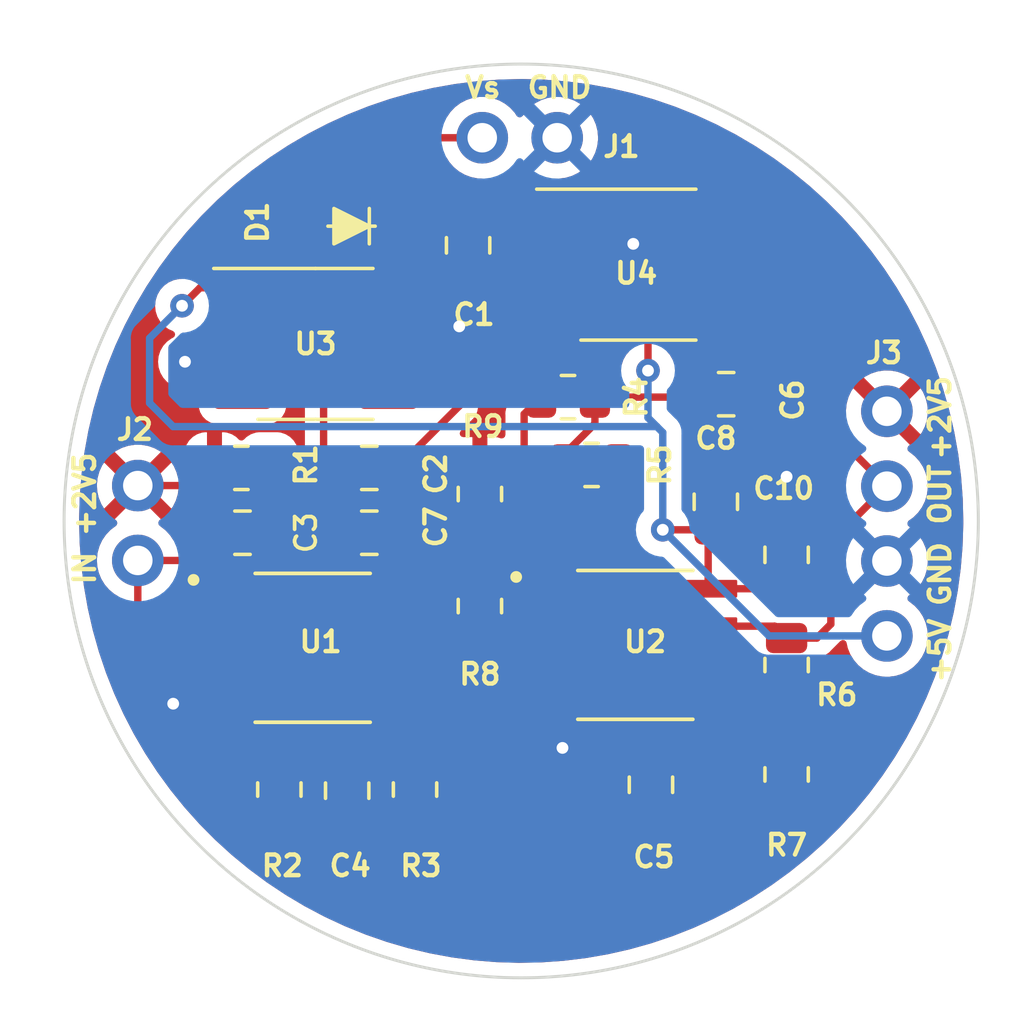
<source format=kicad_pcb>
(kicad_pcb (version 20211014) (generator pcbnew)
  (layers (0 "F.Cu" signal) (31 "B.Cu" signal) (34 "B.Paste" user) (35 "F.Paste" user) (36 "B.SilkS" user "B.Silkscreen") (37 "F.SilkS" user "F.Silkscreen") (38 "B.Mask" user) (39 "F.Mask" user) (44 "Edge.Cuts" user))
  (net 0 "")
  (net 1 "Net-(C1-Pad1)")
  (net 2 "+2V5")
  (net 3 "GND")
  (net 4 "Net-(C3-Pad1)")
  (net 5 "Net-(C4-Pad1)")
  (net 6 "+5V")
  (net 7 "Net-(C4-Pad2)")
  (net 8 "Net-(R1-Pad2)")
  (net 9 "Net-(R8-Pad1)")
  (net 15 "Net-(C5-Pad1)")
  (net 16 "Net-(C6-Pad1)")
  (net 17 "Net-(C6-Pad2)")
  (net 18 "Net-(D1-Pad2)")
  (net 19 "Net-(R4-Pad2)")
  (net 20 "Net-(R6-Pad1)")
  (footprint "Resistor_SMD:R_0805_2012Metric" (layer "F.Cu") (at 151.5875 95.8 180)
    (fp_text reference "R4" (at -2.3125 0 90) (layer "F.SilkS") (effects (font (size 0.7 0.7))))
    (fp_text value "24k")
    (fp_line (start -0.227064 -0.735) (end 0.227064 -0.735) (layer "F.SilkS") (width 0.12))
    (fp_line (start -0.227064 0.735) (end 0.227064 0.735) (layer "F.SilkS") (width 0.12))
    (pad "1" smd roundrect (at -0.9125 0 180) (size 1.025 1.4) (layers "F.Cu" "F.Paste" "F.Mask") (roundrect_rratio 0.243902) (net 16 "Net-(C6-Pad1)"))
    (pad "2" smd roundrect (at 0.9125 0 180) (size 1.025 1.4) (layers "F.Cu" "F.Paste" "F.Mask") (roundrect_rratio 0.243902) (net 19 "Net-(R4-Pad2)"))
  )
  (footprint "Capacitor_SMD:C_0805_2012Metric" (layer "F.Cu") (at 159 101.15 90)
    (fp_text reference "C10" (at 2.25 -0.1 180) (layer "F.SilkS") (effects (font (size 0.7 0.7))))
    (fp_text value "100n")
    (fp_line (start -0.261252 -0.735) (end 0.261252 -0.735) (layer "F.SilkS") (width 0.12))
    (fp_line (start -0.261252 0.735) (end 0.261252 0.735) (layer "F.SilkS") (width 0.12))
    (pad "1" smd roundrect (at -0.95 0 90) (size 1 1.45) (layers "F.Cu" "F.Paste" "F.Mask") (net 6 "+5V"))
    (pad "2" smd roundrect (at 0.95 0 90) (size 1 1.45) (layers "F.Cu" "F.Paste" "F.Mask") (net 3 "GND"))
  )
  (footprint "Resistor_SMD:R_0805_2012Metric" (layer "F.Cu") (at 159 104.8875 90)
    (fp_text reference "R6" (at -1.0125 1.7 180) (layer "F.SilkS") (effects (font (size 0.7 0.7))))
    (fp_text value "33k")
    (fp_line (start -0.227064 -0.735) (end 0.227064 -0.735) (layer "F.SilkS") (width 0.12))
    (fp_line (start -0.227064 0.735) (end 0.227064 0.735) (layer "F.SilkS") (width 0.12))
    (pad "1" smd roundrect (at -0.9125 0 90) (size 1.025 1.4) (layers "F.Cu" "F.Paste" "F.Mask") (roundrect_rratio 0.243902) (net 20 "Net-(R6-Pad1)"))
    (pad "2" smd roundrect (at 0.9125 0 90) (size 1.025 1.4) (layers "F.Cu" "F.Paste" "F.Mask") (roundrect_rratio 0.243902) (net 17 "Net-(C6-Pad2)"))
  )
  (footprint "Capacitor_SMD:C_0805_2012Metric" (layer "F.Cu") (at 144.85 100.4)
    (fp_text reference "C7" (at 2.25 -0.2 90) (layer "F.SilkS") (effects (font (size 0.7 0.7))))
    (fp_text value "100n")
    (fp_line (start -0.261252 0.735) (end 0.261252 0.735) (layer "F.SilkS") (width 0.12))
    (fp_line (start -0.261252 -0.735) (end 0.261252 -0.735) (layer "F.SilkS") (width 0.12))
    (pad "1" smd roundrect (at -0.95 0) (size 1 1.45) (layers "F.Cu" "F.Paste" "F.Mask") (net 6 "+5V"))
    (pad "2" smd roundrect (at 0.95 0) (size 1 1.45) (layers "F.Cu" "F.Paste" "F.Mask") (net 3 "GND"))
  )
  (footprint "Capacitor_SMD:C_0805_2012Metric" (layer "F.Cu") (at 156.6 99.35 90)
    (fp_text reference "C8" (at 2.15 0 180) (layer "F.SilkS") (effects (font (size 0.7 0.7))))
    (fp_text value "1u")
    (fp_line (start -0.261252 0.735) (end 0.261252 0.735) (layer "F.SilkS") (width 0.12))
    (fp_line (start -0.261252 -0.735) (end 0.261252 -0.735) (layer "F.SilkS") (width 0.12))
    (pad "1" smd roundrect (at -0.95 0 90) (size 1 1.45) (layers "F.Cu" "F.Paste" "F.Mask") (net 6 "+5V"))
    (pad "2" smd roundrect (at 0.95 0 90) (size 1 1.45) (layers "F.Cu" "F.Paste" "F.Mask") (net 3 "GND"))
  )
  (footprint "RMSensorConnectors:Sub-sma" (layer "F.Cu") (at 144.25 90 90)
    (fp_text reference "D1" (at 0.13 -3.19 90 unlocked) (layer "F.SilkS") (effects (font (size 0.7 0.7))))
    (fp_text value "S1JLR3")
    (fp_line (start 0 -0.6) (end 0 -0.8) (layer "F.SilkS") (width 0.12))
    (fp_line (start 0 -0.8) (end 0 0.8) (layer "F.SilkS") (width 0.12))
    (fp_line (start -0.6 0.6) (end 0.6 0.6) (layer "F.SilkS") (width 0.12))
    (fp_poly (pts (xy 0.6 -0.6) (xy -0.6 -0.6) (xy 0 0.6)) (layer "F.SilkS") (width 0.12) (fill solid))
    (pad "1" smd roundrect (at 0 1.55 90) (size 1.4 1.2) (layers "F.Cu" "F.Paste" "F.Mask") (roundrect_rratio 0.08333333333) (net 1 "Net-(C1-Pad1)"))
    (pad "2" smd roundrect (at 0 -1.55 90) (size 1.4 1.2) (layers "F.Cu" "F.Paste" "F.Mask") (roundrect_rratio 0.08333333333) (net 18 "Net-(D1-Pad2)"))
  )
  (footprint "OPA209AID:SOIC127P599X175-8N" (layer "F.Cu") (at 142.93 104.305)
    (fp_text reference "U1" (at 0.27 -0.205) (layer "F.SilkS") (effects (font (size 0.7 0.7))))
    (fp_text value "OPA209AID")
    (fp_line (start -1.95 -2.525) (end 1.95 -2.525) (layer "F.SilkS") (width 0.127))
    (fp_line (start -1.95 2.525) (end 1.95 2.525) (layer "F.SilkS") (width 0.127))
    (fp_circle (center -4.04 -2.305) (end -3.94 -2.305) (layer "F.SilkS") (width 0.2) (fill none))
    (pad "1" smd roundrect locked (at -2.47 -1.905) (size 1.97 0.6) (layers "F.Cu" "F.Paste" "F.Mask") (roundrect_rratio 0.07))
    (pad "2" smd roundrect locked (at -2.47 -0.635) (size 1.97 0.6) (layers "F.Cu" "F.Paste" "F.Mask") (roundrect_rratio 0.07) (net 8 "Net-(R1-Pad2)"))
    (pad "3" smd roundrect locked (at -2.47 0.635) (size 1.97 0.6) (layers "F.Cu" "F.Paste" "F.Mask") (roundrect_rratio 0.07) (net 4 "Net-(C3-Pad1)"))
    (pad "4" smd roundrect locked (at -2.47 1.905) (size 1.97 0.6) (layers "F.Cu" "F.Paste" "F.Mask") (roundrect_rratio 0.07) (net 3 "GND"))
    (pad "5" smd roundrect locked (at 2.47 1.905) (size 1.97 0.6) (layers "F.Cu" "F.Paste" "F.Mask") (roundrect_rratio 0.07))
    (pad "6" smd roundrect locked (at 2.47 0.635) (size 1.97 0.6) (layers "F.Cu" "F.Paste" "F.Mask") (roundrect_rratio 0.07) (net 7 "Net-(C4-Pad2)"))
    (pad "7" smd roundrect locked (at 2.47 -0.635) (size 1.97 0.6) (layers "F.Cu" "F.Paste" "F.Mask") (roundrect_rratio 0.07) (net 6 "+5V"))
    (pad "8" smd roundrect locked (at 2.47 -1.905) (size 1.97 0.6) (layers "F.Cu" "F.Paste" "F.Mask") (roundrect_rratio 0.07))
  )
  (footprint "Resistor_SMD:R_0805_2012Metric" (layer "F.Cu") (at 152.3875 98.1)
    (fp_text reference "R5" (at 2.3125 0 90) (layer "F.SilkS") (effects (font (size 0.7 0.7))))
    (fp_text value "24k")
    (fp_line (start -0.227064 0.735) (end 0.227064 0.735) (layer "F.SilkS") (width 0.12))
    (fp_line (start -0.227064 -0.735) (end 0.227064 -0.735) (layer "F.SilkS") (width 0.12))
    (pad "1" smd roundrect (at -0.9125 0) (size 1.025 1.4) (layers "F.Cu" "F.Paste" "F.Mask") (roundrect_rratio 0.243902) (net 16 "Net-(C6-Pad1)"))
    (pad "2" smd roundrect (at 0.9125 0) (size 1.025 1.4) (layers "F.Cu" "F.Paste" "F.Mask") (roundrect_rratio 0.243902) (net 15 "Net-(C5-Pad1)"))
  )
  (footprint "Package_SO:SOIC-8_3.9x4.9mm_P1.27mm" (layer "F.Cu") (at 143.025 93.995)
    (fp_text reference "U3" (at 0 0) (layer "F.SilkS") (effects (font (size 0.7 0.7))))
    (fp_text value "MC78L05_SO8")
    (fp_line (start 0 -2.56) (end 1.95 -2.56) (layer "F.SilkS") (width 0.12))
    (fp_line (start 0 -2.56) (end -3.45 -2.56) (layer "F.SilkS") (width 0.12))
    (fp_line (start 0 2.56) (end -1.95 2.56) (layer "F.SilkS") (width 0.12))
    (fp_line (start 0 2.56) (end 1.95 2.56) (layer "F.SilkS") (width 0.12))
    (pad "1" smd roundrect (at -2.475 -1.905) (size 1.95 0.6) (layers "F.Cu" "F.Paste" "F.Mask") (net 6 "+5V"))
    (pad "2" smd roundrect (at -2.475 -0.635) (size 1.95 0.6) (layers "F.Cu" "F.Paste" "F.Mask") (net 3 "GND"))
    (pad "3" smd roundrect (at -2.475 0.635) (size 1.95 0.6) (layers "F.Cu" "F.Paste" "F.Mask") (net 3 "GND"))
    (pad "4" smd roundrect (at -2.475 1.905) (size 1.95 0.6) (layers "F.Cu" "F.Paste" "F.Mask"))
    (pad "5" smd roundrect (at 2.475 1.905) (size 1.95 0.6) (layers "F.Cu" "F.Paste" "F.Mask"))
    (pad "6" smd roundrect (at 2.475 0.635) (size 1.95 0.6) (layers "F.Cu" "F.Paste" "F.Mask") (net 3 "GND"))
    (pad "7" smd roundrect (at 2.475 -0.635) (size 1.95 0.6) (layers "F.Cu" "F.Paste" "F.Mask") (net 3 "GND"))
    (pad "8" smd roundrect (at 2.475 -1.905) (size 1.95 0.6) (layers "F.Cu" "F.Paste" "F.Mask") (net 1 "Net-(C1-Pad1)"))
  )
  (footprint "Resistor_SMD:R_0805_2012Metric" (layer "F.Cu") (at 159 108.6 90)
    (fp_text reference "R7" (at -2.4 0 180) (layer "F.SilkS") (effects (font (size 0.7 0.7))))
    (fp_text value "56k")
    (fp_line (start -0.227064 -0.735) (end 0.227064 -0.735) (layer "F.SilkS") (width 0.12))
    (fp_line (start -0.227064 0.735) (end 0.227064 0.735) (layer "F.SilkS") (width 0.12))
    (pad "1" smd roundrect (at -0.9125 0 90) (size 1.025 1.4) (layers "F.Cu" "F.Paste" "F.Mask") (roundrect_rratio 0.243902) (net 2 "+2V5"))
    (pad "2" smd roundrect (at 0.9125 0 90) (size 1.025 1.4) (layers "F.Cu" "F.Paste" "F.Mask") (roundrect_rratio 0.243902) (net 20 "Net-(R6-Pad1)"))
  )
  (footprint "Package_SO:SOIC-8_3.9x4.9mm_P1.27mm" (layer "F.Cu") (at 153.975 91.305)
    (fp_text reference "U4" (at -0.075 0.295) (layer "F.SilkS") (effects (font (size 0.7 0.7))))
    (fp_text value "TLE2425xD")
    (fp_line (start 0 -2.56) (end -3.45 -2.56) (layer "F.SilkS") (width 0.12))
    (fp_line (start 0 2.56) (end 1.95 2.56) (layer "F.SilkS") (width 0.12))
    (fp_line (start 0 2.56) (end -1.95 2.56) (layer "F.SilkS") (width 0.12))
    (fp_line (start 0 -2.56) (end 1.95 -2.56) (layer "F.SilkS") (width 0.12))
    (pad "1" smd roundrect (at -2.475 -1.905) (size 1.95 0.6) (layers "F.Cu" "F.Paste" "F.Mask") (net 2 "+2V5"))
    (pad "2" smd roundrect (at -2.475 -0.635) (size 1.95 0.6) (layers "F.Cu" "F.Paste" "F.Mask") (net 3 "GND"))
    (pad "3" smd roundrect (at -2.475 0.635) (size 1.95 0.6) (layers "F.Cu" "F.Paste" "F.Mask") (net 6 "+5V"))
    (pad "4" smd roundrect (at -2.475 1.905) (size 1.95 0.6) (layers "F.Cu" "F.Paste" "F.Mask"))
    (pad "5" smd roundrect (at 2.475 1.905) (size 1.95 0.6) (layers "F.Cu" "F.Paste" "F.Mask"))
    (pad "6" smd roundrect (at 2.475 0.635) (size 1.95 0.6) (layers "F.Cu" "F.Paste" "F.Mask"))
    (pad "7" smd roundrect (at 2.475 -0.635) (size 1.95 0.6) (layers "F.Cu" "F.Paste" "F.Mask"))
    (pad "8" smd roundrect (at 2.475 -1.905) (size 1.95 0.6) (layers "F.Cu" "F.Paste" "F.Mask"))
  )
  (footprint "Resistor_SMD:R_0805_2012Metric" (layer "F.Cu") (at 148.6 99.0875 -90)
    (fp_text reference "R9" (at -2.2875 -0.1 180) (layer "F.SilkS") (effects (font (size 0.7 0.7))))
    (fp_text value "1k")
    (fp_line (start -0.227064 0.735) (end 0.227064 0.735) (layer "F.SilkS") (width 0.12))
    (fp_line (start -0.227064 -0.735) (end 0.227064 -0.735) (layer "F.SilkS") (width 0.12))
    (pad "1" smd roundrect (at -0.9125 0 270) (size 1.025 1.4) (layers "F.Cu" "F.Paste" "F.Mask") (roundrect_rratio 0.243902) (net 2 "+2V5"))
    (pad "2" smd roundrect (at 0.9125 0 270) (size 1.025 1.4) (layers "F.Cu" "F.Paste" "F.Mask") (roundrect_rratio 0.243902) (net 9 "Net-(R8-Pad1)"))
  )
  (footprint "Capacitor_SMD:C_0805_2012Metric" (layer "F.Cu") (at 144.85 98.2)
    (fp_text reference "C2" (at 2.25 0.2 90) (layer "F.SilkS") (effects (font (size 0.7 0.7))))
    (fp_text value "1u")
    (fp_line (start -0.261252 0.735) (end 0.261252 0.735) (layer "F.SilkS") (width 0.12))
    (fp_line (start -0.261252 -0.735) (end 0.261252 -0.735) (layer "F.SilkS") (width 0.12))
    (pad "1" smd roundrect (at -0.95 0) (size 1 1.45) (layers "F.Cu" "F.Paste" "F.Mask") (net 6 "+5V"))
    (pad "2" smd roundrect (at 0.95 0) (size 1 1.45) (layers "F.Cu" "F.Paste" "F.Mask") (net 3 "GND"))
  )
  (footprint "Resistor_SMD:R_0805_2012Metric" (layer "F.Cu") (at 140.5125 98.2)
    (fp_text reference "R1" (at 2.1875 -0.1 90) (layer "F.SilkS") (effects (font (size 0.7 0.7))))
    (fp_text value "47")
    (fp_line (start -0.227064 0.735) (end 0.227064 0.735) (layer "F.SilkS") (width 0.12))
    (fp_line (start -0.227064 -0.735) (end 0.227064 -0.735) (layer "F.SilkS") (width 0.12))
    (pad "1" smd roundrect (at -0.9125 0) (size 1.025 1.4) (layers "F.Cu" "F.Paste" "F.Mask") (roundrect_rratio 0.243902) (net 2 "+2V5"))
    (pad "2" smd roundrect (at 0.9125 0) (size 1.025 1.4) (layers "F.Cu" "F.Paste" "F.Mask") (roundrect_rratio 0.243902) (net 8 "Net-(R1-Pad2)"))
  )
  (footprint "Capacitor_SMD:C_0805_2012Metric" (layer "F.Cu") (at 144.1 109.15 90)
    (fp_text reference "C4" (at -2.55 0.1 180) (layer "F.SilkS") (effects (font (size 0.7 0.7))))
    (fp_text value "2u2")
    (fp_line (start -0.261252 -0.735) (end 0.261252 -0.735) (layer "F.SilkS") (width 0.12))
    (fp_line (start -0.261252 0.735) (end 0.261252 0.735) (layer "F.SilkS") (width 0.12))
    (pad "1" smd roundrect (at -0.95 0 90) (size 1 1.45) (layers "F.Cu" "F.Paste" "F.Mask") (net 5 "Net-(C4-Pad1)"))
    (pad "2" smd roundrect (at 0.95 0 90) (size 1 1.45) (layers "F.Cu" "F.Paste" "F.Mask") (net 7 "Net-(C4-Pad2)"))
  )
  (footprint "Capacitor_SMD:C_0805_2012Metric" (layer "F.Cu") (at 154.4 108.95 -90)
    (fp_text reference "C5" (at 2.45 -0.1 180) (layer "F.SilkS") (effects (font (size 0.7 0.7))))
    (fp_text value "3n3")
    (fp_line (start -0.261252 0.735) (end 0.261252 0.735) (layer "F.SilkS") (width 0.12))
    (fp_line (start -0.261252 -0.735) (end 0.261252 -0.735) (layer "F.SilkS") (width 0.12))
    (pad "1" smd roundrect (at -0.95 0 270) (size 1 1.45) (layers "F.Cu" "F.Paste" "F.Mask") (net 15 "Net-(C5-Pad1)"))
    (pad "2" smd roundrect (at 0.95 0 270) (size 1 1.45) (layers "F.Cu" "F.Paste" "F.Mask") (net 2 "+2V5"))
  )
  (footprint "Capacitor_SMD:C_0805_2012Metric" (layer "F.Cu") (at 140.55 100.4)
    (fp_text reference "C3" (at 2.15 0 90) (layer "F.SilkS") (effects (font (size 0.7 0.7) (thickness 0.125))))
    (fp_text value "DNM")
    (fp_line (start -0.261252 0.735) (end 0.261252 0.735) (layer "F.SilkS") (width 0.12))
    (fp_line (start -0.261252 -0.735) (end 0.261252 -0.735) (layer "F.SilkS") (width 0.12))
    (pad "1" smd roundrect (at -0.95 0) (size 1 1.45) (layers "F.Cu" "F.Paste" "F.Mask") (net 4 "Net-(C3-Pad1)"))
    (pad "2" smd roundrect (at 0.95 0) (size 1 1.45) (layers "F.Cu" "F.Paste" "F.Mask") (net 2 "+2V5"))
  )
  (footprint "OPA2350UA:SOIC127P599X175-8N" (layer "F.Cu") (at 153.87 104.205)
    (fp_text reference "U2" (at 0.33 -0.105) (layer "F.SilkS") (effects (font (size 0.7 0.7))))
    (fp_text value "OPA2350UA")
    (fp_line (start -1.95 2.525) (end 1.95 2.525) (layer "F.SilkS") (width 0.127))
    (fp_line (start -1.95 -2.525) (end 1.95 -2.525) (layer "F.SilkS") (width 0.127))
    (fp_circle (center -4.04 -2.305) (end -3.94 -2.305) (layer "F.SilkS") (width 0.2) (fill none))
    (pad "1" smd roundrect locked (at -2.47 -1.905) (size 1.97 0.6) (layers "F.Cu" "F.Paste" "F.Mask") (roundrect_rratio 0.07) (net 19 "Net-(R4-Pad2)"))
    (pad "2" smd roundrect locked (at -2.47 -0.635) (size 1.97 0.6) (layers "F.Cu" "F.Paste" "F.Mask") (roundrect_rratio 0.07) (net 9 "Net-(R8-Pad1)"))
    (pad "3" smd roundrect locked (at -2.47 0.635) (size 1.97 0.6) (layers "F.Cu" "F.Paste" "F.Mask") (roundrect_rratio 0.07) (net 5 "Net-(C4-Pad1)"))
    (pad "4" smd roundrect locked (at -2.47 1.905) (size 1.97 0.6) (layers "F.Cu" "F.Paste" "F.Mask") (roundrect_rratio 0.07) (net 3 "GND"))
    (pad "5" smd roundrect locked (at 2.47 1.905) (size 1.97 0.6) (layers "F.Cu" "F.Paste" "F.Mask") (roundrect_rratio 0.07) (net 15 "Net-(C5-Pad1)"))
    (pad "6" smd roundrect locked (at 2.47 0.635) (size 1.97 0.6) (layers "F.Cu" "F.Paste" "F.Mask") (roundrect_rratio 0.07) (net 20 "Net-(R6-Pad1)"))
    (pad "7" smd roundrect locked (at 2.47 -0.635) (size 1.97 0.6) (layers "F.Cu" "F.Paste" "F.Mask") (roundrect_rratio 0.07) (net 17 "Net-(C6-Pad2)"))
    (pad "8" smd roundrect locked (at 2.47 -1.905) (size 1.97 0.6) (layers "F.Cu" "F.Paste" "F.Mask") (roundrect_rratio 0.07) (net 6 "+5V"))
  )
  (footprint "Capacitor_SMD:C_0805_2012Metric" (layer "F.Cu") (at 148.2 90.65 90)
    (fp_text reference "C1" (at -2.35 0.2 180) (layer "F.SilkS") (effects (font (size 0.7 0.7))))
    (fp_text value "0u33, 50V")
    (fp_line (start -0.261252 0.735) (end 0.261252 0.735) (layer "F.SilkS") (width 0.12))
    (fp_line (start -0.261252 -0.735) (end 0.261252 -0.735) (layer "F.SilkS") (width 0.12))
    (pad "1" smd roundrect (at -0.95 0 90) (size 1 1.45) (layers "F.Cu" "F.Paste" "F.Mask") (net 1 "Net-(C1-Pad1)"))
    (pad "2" smd roundrect (at 0.95 0 90) (size 1 1.45) (layers "F.Cu" "F.Paste" "F.Mask") (net 3 "GND"))
  )
  (footprint "Resistor_SMD:R_0805_2012Metric" (layer "F.Cu") (at 141.8 109.1125 90)
    (fp_text reference "R2" (at -2.5875 0.1 180) (layer "F.SilkS") (effects (font (size 0.7 0.7))))
    (fp_text value "4k7")
    (fp_line (start -0.227064 0.735) (end 0.227064 0.735) (layer "F.SilkS") (width 0.12))
    (fp_line (start -0.227064 -0.735) (end 0.227064 -0.735) (layer "F.SilkS") (width 0.12))
    (pad "1" smd roundrect (at -0.9125 0 90) (size 1.025 1.4) (layers "F.Cu" "F.Paste" "F.Mask") (roundrect_rratio 0.243902) (net 7 "Net-(C4-Pad2)"))
    (pad "2" smd roundrect (at 0.9125 0 90) (size 1.025 1.4) (layers "F.Cu" "F.Paste" "F.Mask") (roundrect_rratio 0.243902) (net 8 "Net-(R1-Pad2)"))
  )
  (footprint "Capacitor_SMD:C_0805_2012Metric" (layer "F.Cu") (at 156.95 95.7)
    (fp_text reference "C6" (at 2.25 0.2 90) (layer "F.SilkS") (effects (font (size 0.7 0.7))))
    (fp_text value "3n3")
    (fp_line (start -0.261252 0.735) (end 0.261252 0.735) (layer "F.SilkS") (width 0.12))
    (fp_line (start -0.261252 -0.735) (end 0.261252 -0.735) (layer "F.SilkS") (width 0.12))
    (pad "1" smd roundrect (at -0.95 0) (size 1 1.45) (layers "F.Cu" "F.Paste" "F.Mask") (net 16 "Net-(C6-Pad1)"))
    (pad "2" smd roundrect (at 0.95 0) (size 1 1.45) (layers "F.Cu" "F.Paste" "F.Mask") (net 17 "Net-(C6-Pad2)"))
  )
  (footprint "RMSensorConnectors:FourHoleConnector" (layer "F.Cu") (at 162.4 100.09)
    (fp_text reference "J3" (at -0.1 -5.79 unlocked) (layer "F.SilkS") (effects (font (size 0.7 0.7))))
    (fp_text value "Conn_01x04")
    (pad "1" thru_hole circle (at 0 3.81) (size 1.75 1.75) (drill 1) (layers *.Cu *.Mask) (net 6 "+5V"))
    (pad "2" thru_hole circle (at 0 1.27) (size 1.75 1.75) (drill 1) (layers *.Cu *.Mask) (net 3 "GND"))
    (pad "3" thru_hole circle (at 0 -1.27) (size 1.75 1.75) (drill 1) (layers *.Cu *.Mask) (net 17 "Net-(C6-Pad2)"))
    (pad "4" thru_hole circle (at 0 -3.81) (size 1.75 1.75) (drill 1) (layers *.Cu *.Mask) (net 2 "+2V5"))
  )
  (footprint "Resistor_SMD:R_0805_2012Metric" (layer "F.Cu") (at 146.4 109.1125 -90)
    (fp_text reference "R3" (at 2.5875 -0.2 180) (layer "F.SilkS") (effects (font (size 0.7 0.7))))
    (fp_text value "82k")
    (fp_line (start -0.227064 0.735) (end 0.227064 0.735) (layer "F.SilkS") (width 0.12))
    (fp_line (start -0.227064 -0.735) (end 0.227064 -0.735) (layer "F.SilkS") (width 0.12))
    (pad "1" smd roundrect (at -0.9125 0 270) (size 1.025 1.4) (layers "F.Cu" "F.Paste" "F.Mask") (roundrect_rratio 0.243902) (net 5 "Net-(C4-Pad1)"))
    (pad "2" smd roundrect (at 0.9125 0 270) (size 1.025 1.4) (layers "F.Cu" "F.Paste" "F.Mask") (roundrect_rratio 0.243902) (net 2 "+2V5"))
  )
  (footprint "RMSensorConnectors:TwoHoleConnector" (layer "F.Cu") (at 137 100.07)
    (fp_text reference "J2" (at -0.1 -3.17 unlocked) (layer "F.SilkS") (effects (font (size 0.7 0.7))))
    (fp_text value "Conn_01x02")
    (pad "1" thru_hole circle (at 0 1.27) (size 1.75 1.75) (drill 1) (layers *.Cu *.Mask) (net 4 "Net-(C3-Pad1)"))
    (pad "2" thru_hole circle (at 0 -1.27) (size 1.75 1.75) (drill 1) (layers *.Cu *.Mask) (net 2 "+2V5"))
  )
  (footprint "RMSensorConnectors:TwoHoleConnector" (layer "F.Cu") (at 149.95 87 -90)
    (fp_text reference "J1" (at 0.3 -3.45 unlocked) (layer "F.SilkS") (effects (font (size 0.7 0.7))))
    (fp_text value "Conn_01x02")
    (pad "1" thru_hole circle (at 0 1.27 270) (size 1.75 1.75) (drill 1) (layers *.Cu *.Mask) (net 18 "Net-(D1-Pad2)"))
    (pad "2" thru_hole circle (at 0 -1.27 270) (size 1.75 1.75) (drill 1) (layers *.Cu *.Mask) (net 3 "GND"))
  )
  (footprint "Resistor_SMD:R_0805_2012Metric" (layer "F.Cu") (at 148.6 102.8875 90)
    (fp_text reference "R8" (at -2.3125 0 180) (layer "F.SilkS") (effects (font (size 0.7 0.7))))
    (fp_text value "10k")
    (fp_line (start -0.227064 -0.735) (end 0.227064 -0.735) (layer "F.SilkS") (width 0.12))
    (fp_line (start -0.227064 0.735) (end 0.227064 0.735) (layer "F.SilkS") (width 0.12))
    (pad "1" smd roundrect (at -0.9125 0 90) (size 1.025 1.4) (layers "F.Cu" "F.Paste" "F.Mask") (roundrect_rratio 0.243902) (net 9 "Net-(R8-Pad1)"))
    (pad "2" smd roundrect (at 0.9125 0 90) (size 1.025 1.4) (layers "F.Cu" "F.Paste" "F.Mask") (roundrect_rratio 0.243902) (net 19 "Net-(R4-Pad2)"))
  )
  (gr_circle (center 150 100) (end 165.5 100) (layer "Edge.Cuts") (width 0.1) (fill none))
  (gr_text "+2V5" (at 164.2 96.5 90) (layer "F.SilkS") (effects (font (size 0.7 0.7))))
  (gr_text "IN" (at 135.2 101.6 90) (layer "F.SilkS") (effects (font (size 0.7 0.7))))
  (gr_text "GND" (at 151.3 85.3) (layer "F.SilkS") (effects (font (size 0.7 0.7))))
  (gr_text "+5V" (at 164.2 104.4 90) (layer "F.SilkS") (effects (font (size 0.7 0.7))))
  (gr_text "GND" (at 164.2 101.8 90) (layer "F.SilkS") (effects (font (size 0.7 0.7))))
  (gr_text "Vs" (at 148.7 85.3) (layer "F.SilkS") (effects (font (size 0.7 0.7))))
  (gr_text "OUT" (at 164.2 99.1 90) (layer "F.SilkS") (effects (font (size 0.7 0.7))))
  (gr_text "+2V5" (at 135.2 99.1 90) (layer "F.SilkS") (effects (font (size 0.7 0.7))))
  (segment (start 145.5 92.09) (end 145.5 90.3) (width 0.25) (layer "F.Cu") (net 1))
  (segment (start 147.71 92.09) (end 148.2 91.6) (width 0.25) (layer "F.Cu") (net 1))
  (segment (start 145.5 90.3) (end 145.8 90) (width 0.25) (layer "F.Cu") (net 1))
  (segment (start 145.5 92.09) (end 147.71 92.09) (width 0.25) (layer "F.Cu") (net 1))
  (segment (start 139 98.8) (end 139.6 98.2) (width 0.25) (layer "F.Cu") (net 2))
  (segment (start 137 98.8) (end 139 98.8) (width 0.25) (layer "F.Cu") (net 2))
  (segment (start 140.2 99.1) (end 141.5 100.4) (width 0.25) (layer "F.Cu") (net 2))
  (segment (start 139.6 98.2) (end 140.2 98.8) (width 0.25) (layer "F.Cu") (net 2))
  (segment (start 140.2 98.8) (end 140.2 99.1) (width 0.25) (layer "F.Cu") (net 2))
  (segment (start 140.55 94.63) (end 138.63 94.63) (width 0.25) (layer "F.Cu") (net 3))
  (segment (start 145.5 93.36) (end 145.5 94.63) (width 0.25) (layer "F.Cu") (net 3))
  (segment (start 159 100.2) (end 159 98.5) (width 0.25) (layer "F.Cu") (net 3))
  (segment (start 145.5 93.36) (end 147.86 93.36) (width 0.25) (layer "F.Cu") (net 3))
  (segment (start 151.5 90.67) (end 153.73 90.67) (width 0.25) (layer "F.Cu") (net 3))
  (segment (start 145.8 98.2) (end 147.9 96.1) (width 0.25) (layer "F.Cu") (net 3))
  (segment (start 147.86 93.36) (end 147.9 93.4) (width 0.25) (layer "F.Cu") (net 3))
  (segment (start 138.63 94.63) (end 138.6 94.6) (width 0.25) (layer "F.Cu") (net 3))
  (segment (start 145.8 100.4) (end 145.8 98.2) (width 0.25) (layer "F.Cu") (net 3))
  (segment (start 153.73 90.67) (end 153.8 90.6) (width 0.25) (layer "F.Cu") (net 3))
  (segment (start 148.2 89.7) (end 148.52 89.7) (width 0.25) (layer "F.Cu") (net 3))
  (segment (start 147.9 96.1) (end 147.9 93.4) (width 0.25) (layer "F.Cu") (net 3))
  (segment (start 140.55 94.63) (end 140.55 93.36) (width 0.25) (layer "F.Cu") (net 3))
  (segment (start 140.46 106.21) (end 138.21 106.21) (width 0.25) (layer "F.Cu") (net 3))
  (segment (start 158.9 98.4) (end 159 98.5) (width 0.25) (layer "F.Cu") (net 3))
  (segment (start 156.6 98.4) (end 158.9 98.4) (width 0.25) (layer "F.Cu") (net 3))
  (segment (start 148.52 89.7) (end 151.22 87) (width 0.25) (layer "F.Cu") (net 3))
  (segment (start 138.21 106.21) (end 138.2 106.2) (width 0.25) (layer "F.Cu") (net 3))
  (segment (start 151.4 106.11) (end 151.4 107.7) (width 0.25) (layer "F.Cu") (net 3))
  (via (at 159 98.5) (size 0.8) (drill 0.4) (layers "F.Cu" "B.Cu") (net 3))
  (via (at 138.2 106.2) (size 0.8) (drill 0.4) (layers "F.Cu" "B.Cu") (net 3))
  (via (at 138.6 94.6) (size 0.8) (drill 0.4) (layers "F.Cu" "B.Cu") (net 3))
  (via (at 151.4 107.7) (size 0.8) (drill 0.4) (layers "F.Cu" "B.Cu") (net 3))
  (via (at 153.8 90.6) (size 0.8) (drill 0.4) (layers "F.Cu" "B.Cu") (net 3))
  (via (at 147.9 93.4) (size 0.8) (drill 0.4) (layers "F.Cu" "B.Cu") (net 3))
  (segment (start 140.46 104.94) (end 138.74 104.94) (width 0.25) (layer "F.Cu") (net 4))
  (segment (start 138.66 101.34) (end 137 101.34) (width 0.25) (layer "F.Cu") (net 4))
  (segment (start 139.6 100.4) (end 138.66 101.34) (width 0.25) (layer "F.Cu") (net 4))
  (segment (start 138.74 104.94) (end 137 103.2) (width 0.25) (layer "F.Cu") (net 4))
  (segment (start 137 103.2) (end 137 101.34) (width 0.25) (layer "F.Cu") (net 4))
  (segment (start 146.9 108.2) (end 146.4 108.2) (width 0.25) (layer "F.Cu") (net 5))
  (segment (start 151.4 104.84) (end 150.26 104.84) (width 0.25) (layer "F.Cu") (net 5))
  (segment (start 150.26 104.84) (end 146.9 108.2) (width 0.25) (layer "F.Cu") (net 5))
  (segment (start 146.2 108.2) (end 146.4 108.2) (width 0.25) (layer "F.Cu") (net 5))
  (segment (start 144.1 110.1) (end 144.3 110.1) (width 0.25) (layer "F.Cu") (net 5))
  (segment (start 144.3 110.1) (end 146.2 108.2) (width 0.25) (layer "F.Cu") (net 5))
  (segment (start 154 92.7) (end 154.3 93) (width 0.25) (layer "F.Cu") (net 6))
  (segment (start 140.926751 92.09) (end 140.936751 92.1) (width 0.25) (layer "F.Cu") (net 6))
  (segment (start 151.5 91.94) (end 153.24 91.94) (width 0.25) (layer "F.Cu") (net 6))
  (segment (start 153.24 91.94) (end 154 92.7) (width 0.25) (layer "F.Cu") (net 6))
  (segment (start 156.34 102.3) (end 158.8 102.3) (width 0.25) (layer "F.Cu") (net 6))
  (segment (start 143.9 100.4) (end 143.9 98.2) (width 0.25) (layer "F.Cu") (net 6))
  (segment (start 156.34 102.3) (end 156.34 100.56) (width 0.25) (layer "F.Cu") (net 6))
  (segment (start 156.34 100.56) (end 156.6 100.3) (width 0.25) (layer "F.Cu") (net 6))
  (segment (start 154.3 93) (end 154.3 94.9) (width 0.25) (layer "F.Cu") (net 6))
  (segment (start 158.8 102.3) (end 159 102.1) (width 0.25) (layer "F.Cu") (net 6))
  (segment (start 139.11 92.09) (end 138.5 92.7) (width 0.25) (layer "F.Cu") (net 6))
  (segment (start 143.3 97.6) (end 143.9 98.2) (width 0.25) (layer "F.Cu") (net 6))
  (segment (start 145.4 103.67) (end 144.17 103.67) (width 0.25) (layer "F.Cu") (net 6))
  (segment (start 143.3 93.3) (end 143.3 97.6) (width 0.25) (layer "F.Cu") (net 6))
  (segment (start 144.17 103.67) (end 143.9 103.4) (width 0.25) (layer "F.Cu") (net 6))
  (segment (start 140.936751 92.1) (end 142.1 92.1) (width 0.25) (layer "F.Cu") (net 6))
  (segment (start 140.55 92.09) (end 139.11 92.09) (width 0.25) (layer "F.Cu") (net 6))
  (segment (start 142.1 92.1) (end 143.3 93.3) (width 0.25) (layer "F.Cu") (net 6))
  (segment (start 156.6 100.3) (end 154.8 100.3) (width 0.25) (layer "F.Cu") (net 6))
  (segment (start 140.55 92.09) (end 140.926751 92.09) (width 0.25) (layer "F.Cu") (net 6))
  (segment (start 143.9 103.4) (end 143.9 100.4) (width 0.25) (layer "F.Cu") (net 6))
  (via (at 154.3 94.9) (size 0.8) (drill 0.4) (layers "F.Cu" "B.Cu") (net 6))
  (via (at 138.5 92.7) (size 0.8) (drill 0.4) (layers "F.Cu" "B.Cu") (net 6))
  (via (at 154.8 100.3) (size 0.8) (drill 0.4) (layers "F.Cu" "B.Cu") (net 6))
  (segment (start 154.6 96.8) (end 154.8 97) (width 0.25) (layer "B.Cu") (net 6))
  (segment (start 154.8 97) (end 154.8 100.3) (width 0.25) (layer "B.Cu") (net 6))
  (segment (start 154.3 94.9) (end 154.3 96.5) (width 0.25) (layer "B.Cu") (net 6))
  (segment (start 137.4 93.8) (end 137.4 96) (width 0.25) (layer "B.Cu") (net 6))
  (segment (start 138.5 92.7) (end 137.4 93.8) (width 0.25) (layer "B.Cu") (net 6))
  (segment (start 154.3 96.5) (end 154.6 96.8) (width 0.25) (layer "B.Cu") (net 6))
  (segment (start 137.4 96) (end 138.2 96.8) (width 0.25) (layer "B.Cu") (net 6))
  (segment (start 158.4 103.9) (end 162.4 103.9) (width 0.25) (layer "B.Cu") (net 6))
  (segment (start 138.2 96.8) (end 154.6 96.8) (width 0.25) (layer "B.Cu") (net 6))
  (segment (start 154.8 100.3) (end 158.4 103.9) (width 0.25) (layer "B.Cu") (net 6))
  (segment (start 143.6 107.7) (end 144.1 108.2) (width 0.25) (layer "F.Cu") (net 7))
  (segment (start 141.975 110.025) (end 143.8 108.2) (width 0.25) (layer "F.Cu") (net 7))
  (segment (start 143.8 108.2) (end 144.1 108.2) (width 0.25) (layer "F.Cu") (net 7))
  (segment (start 143.6 105.3) (end 143.6 107.7) (width 0.25) (layer "F.Cu") (net 7))
  (segment (start 145.4 104.94) (end 143.96 104.94) (width 0.25) (layer "F.Cu") (net 7))
  (segment (start 143.96 104.94) (end 143.6 105.3) (width 0.25) (layer "F.Cu") (net 7))
  (segment (start 141.8 110.025) (end 141.975 110.025) (width 0.25) (layer "F.Cu") (net 7))
  (segment (start 142.4 107) (end 142.4 104.2) (width 0.25) (layer "F.Cu") (net 8))
  (segment (start 141.8 108.2) (end 141.8 107.6) (width 0.25) (layer "F.Cu") (net 8))
  (segment (start 141.8 107.6) (end 142.4 107) (width 0.25) (layer "F.Cu") (net 8))
  (segment (start 142.4 104.2) (end 141.87 103.67) (width 0.25) (layer "F.Cu") (net 8))
  (segment (start 141.425 98.2) (end 142 98.2) (width 0.25) (layer "F.Cu") (net 8))
  (segment (start 141.87 103.67) (end 140.46 103.67) (width 0.25) (layer "F.Cu") (net 8))
  (segment (start 142.7 102.9) (end 141.93 103.67) (width 0.25) (layer "F.Cu") (net 8))
  (segment (start 142.7 98.9) (end 142.7 102.9) (width 0.25) (layer "F.Cu") (net 8))
  (segment (start 142 98.2) (end 142.7 98.9) (width 0.25) (layer "F.Cu") (net 8))
  (segment (start 147.5 103.8) (end 147.1 103.4) (width 0.25) (layer "F.Cu") (net 9))
  (segment (start 151.4 103.57) (end 148.83 103.57) (width 0.25) (layer "F.Cu") (net 9))
  (segment (start 148 100) (end 148.6 100) (width 0.25) (layer "F.Cu") (net 9))
  (segment (start 147.1 103.4) (end 147.1 100.9) (width 0.25) (layer "F.Cu") (net 9))
  (segment (start 148.83 103.57) (end 148.6 103.8) (width 0.25) (layer "F.Cu") (net 9))
  (segment (start 148.6 103.8) (end 147.5 103.8) (width 0.25) (layer "F.Cu") (net 9))
  (segment (start 147.1 100.9) (end 148 100) (width 0.25) (layer "F.Cu") (net 9))
  (segment (start 154.4 106.5) (end 154.4 108) (width 0.25) (layer "F.Cu") (net 15))
  (segment (start 153.3 104.4) (end 153.3 98.1) (width 0.25) (layer "F.Cu") (net 15))
  (segment (start 155.01 106.11) (end 153.3 104.4) (width 0.25) (layer "F.Cu") (net 15))
  (segment (start 154.79 106.11) (end 154.4 106.5) (width 0.25) (layer "F.Cu") (net 15))
  (segment (start 156.34 106.11) (end 155.01 106.11) (width 0.25) (layer "F.Cu") (net 15))
  (segment (start 156.34 106.11) (end 154.79 106.11) (width 0.25) (layer "F.Cu") (net 15))
  (segment (start 151.475 97.725) (end 152.5 96.7) (width 0.25) (layer "F.Cu") (net 16))
  (segment (start 151.475 98.1) (end 151.475 97.725) (width 0.25) (layer "F.Cu") (net 16))
  (segment (start 152.5 96.7) (end 152.5 95.8) (width 0.25) (layer "F.Cu") (net 16))
  (segment (start 152.5 95.8) (end 155.9 95.8) (width 0.25) (layer "F.Cu") (net 16))
  (segment (start 155.9 95.8) (end 156 95.7) (width 0.25) (layer "F.Cu") (net 16))
  (segment (start 160.5 103.5) (end 160.5 100.72) (width 0.25) (layer "F.Cu") (net 17))
  (segment (start 160.025 103.975) (end 160.5 103.5) (width 0.25) (layer "F.Cu") (net 17))
  (segment (start 159.58 96) (end 158.2 96) (width 0.25) (layer "F.Cu") (net 17))
  (segment (start 162.4 98.82) (end 159.58 96) (width 0.25) (layer "F.Cu") (net 17))
  (segment (start 158.2 96) (end 157.9 95.7) (width 0.25) (layer "F.Cu") (net 17))
  (segment (start 160.5 100.72) (end 162.4 98.82) (width 0.25) (layer "F.Cu") (net 17))
  (segment (start 158.595 103.57) (end 159 103.975) (width 0.25) (layer "F.Cu") (net 17))
  (segment (start 156.34 103.57) (end 158.595 103.57) (width 0.25) (layer "F.Cu") (net 17))
  (segment (start 159 103.975) (end 160.025 103.975) (width 0.25) (layer "F.Cu") (net 17))
  (segment (start 144.7 87) (end 148.68 87) (width 0.25) (layer "F.Cu") (net 18))
  (segment (start 142.7 89) (end 144.7 87) (width 0.25) (layer "F.Cu") (net 18))
  (segment (start 142.7 90) (end 142.7 89) (width 0.25) (layer "F.Cu") (net 18))
  (segment (start 150.1 96.375) (end 150.675 95.8) (width 0.25) (layer "F.Cu") (net 19))
  (segment (start 148.925 102.3) (end 148.6 101.975) (width 0.25) (layer "F.Cu") (net 19))
  (segment (start 148.6 101.975) (end 148.925 101.975) (width 0.25) (layer "F.Cu") (net 19))
  (segment (start 150.1 100.8) (end 150.1 96.375) (width 0.25) (layer "F.Cu") (net 19))
  (segment (start 151.4 102.3) (end 148.925 102.3) (width 0.25) (layer "F.Cu") (net 19))
  (segment (start 148.925 101.975) (end 150.1 100.8) (width 0.25) (layer "F.Cu") (net 19))
  (segment (start 157.44 104.84) (end 158.4 105.8) (width 0.25) (layer "F.Cu") (net 20))
  (segment (start 158.4 105.8) (end 159 105.8) (width 0.25) (layer "F.Cu") (net 20))
  (segment (start 159 107.6875) (end 159 105.8) (width 0.25) (layer "F.Cu") (net 20))
  (segment (start 156.34 104.84) (end 157.44 104.84) (width 0.25) (layer "F.Cu") (net 20))
  (zone (net 2) (net_name "+2V5") (layer "F.Cu") (connect_pads (clearance 0.508)) (min_thickness 0.254) (fill yes (thermal_gap 0.508) (thermal_bridge_width 0.508))
    (polygon (pts (xy 167 117) (xy 133 117) (xy 133 83) (xy 167 83)))
  )
  (zone (net 3) (net_name "GND") (layer "B.Cu") (connect_pads (clearance 0.508)) (min_thickness 0.254) (fill yes (thermal_gap 0.508) (thermal_bridge_width 0.508))
    (polygon (pts (xy 167 117) (xy 133 117) (xy 133 83) (xy 167 83)))
  )
)
</source>
